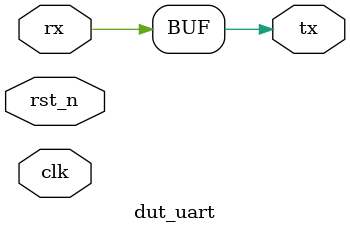
<source format=sv>
module dut_uart(
  input  logic clk,
  input  logic rst_n,
  input  logic rx,
  output logic tx
);
  // Extremely simple DUT: loopback rx to tx (for demo only)
  assign tx = rx;
endmodule

</source>
